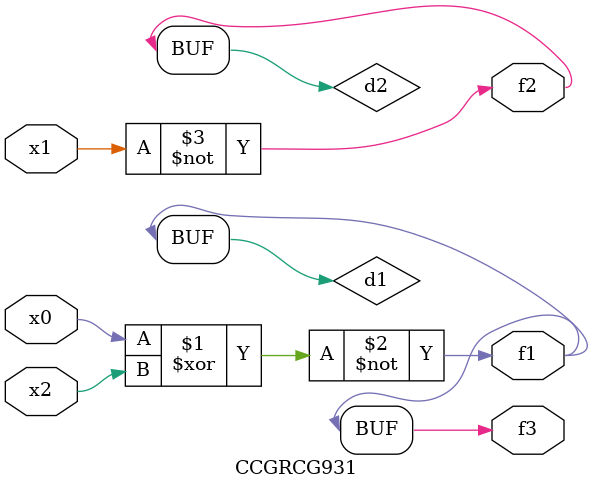
<source format=v>
module CCGRCG931(
	input x0, x1, x2,
	output f1, f2, f3
);

	wire d1, d2, d3;

	xnor (d1, x0, x2);
	nand (d2, x1);
	nor (d3, x1, x2);
	assign f1 = d1;
	assign f2 = d2;
	assign f3 = d1;
endmodule

</source>
